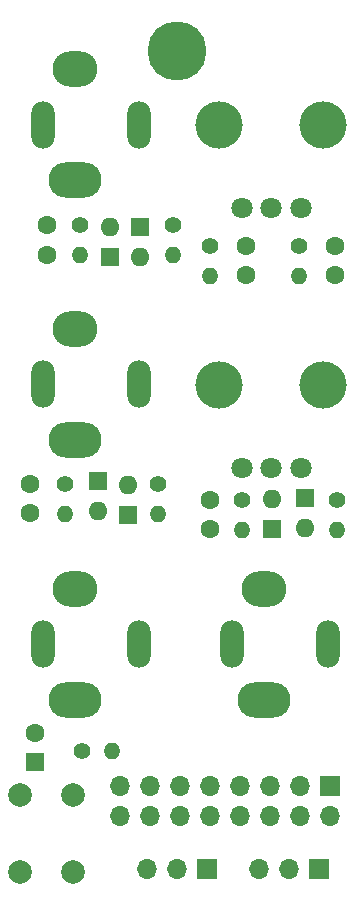
<source format=gbs>
%TF.GenerationSoftware,KiCad,Pcbnew,(6.0.1)*%
%TF.CreationDate,2022-10-05T11:06:24-04:00*%
%TF.ProjectId,SYNTH-VCO_CTL-03,53594e54-482d-4564-934f-5f43544c2d30,1*%
%TF.SameCoordinates,Original*%
%TF.FileFunction,Soldermask,Bot*%
%TF.FilePolarity,Negative*%
%FSLAX46Y46*%
G04 Gerber Fmt 4.6, Leading zero omitted, Abs format (unit mm)*
G04 Created by KiCad (PCBNEW (6.0.1)) date 2022-10-05 11:06:24*
%MOMM*%
%LPD*%
G01*
G04 APERTURE LIST*
%ADD10C,1.400000*%
%ADD11O,1.400000X1.400000*%
%ADD12R,1.600000X1.600000*%
%ADD13O,1.600000X1.600000*%
%ADD14R,1.700000X1.700000*%
%ADD15O,1.700000X1.700000*%
%ADD16C,1.600000*%
%ADD17C,5.000000*%
%ADD18C,4.000000*%
%ADD19C,1.800000*%
%ADD20C,2.000000*%
%ADD21O,4.500000X3.000000*%
%ADD22O,3.800000X3.000000*%
%ADD23O,2.000000X4.000000*%
G04 APERTURE END LIST*
D10*
%TO.C,R7*%
X148734000Y-97880000D03*
D11*
X148734000Y-100420000D03*
%TD*%
D12*
%TO.C,D5*%
X132049000Y-74810001D03*
D13*
X132049000Y-77350001D03*
%TD*%
D12*
%TO.C,D8*%
X128489000Y-96314315D03*
D13*
X128489000Y-98854315D03*
%TD*%
D14*
%TO.C,SW2*%
X137679000Y-129100000D03*
D15*
X135139000Y-129100000D03*
X132599000Y-129100000D03*
%TD*%
D12*
%TO.C,D6*%
X129509000Y-77275686D03*
D13*
X129509000Y-74735686D03*
%TD*%
D10*
%TO.C,R13*%
X133569000Y-96520000D03*
D11*
X133569000Y-99060000D03*
%TD*%
D10*
%TO.C,R12*%
X145509000Y-76380000D03*
D11*
X145509000Y-78920000D03*
%TD*%
D16*
%TO.C,C4*%
X137939000Y-100380000D03*
X137939000Y-97880000D03*
%TD*%
%TO.C,C5*%
X124154000Y-77100000D03*
X124154000Y-74600000D03*
%TD*%
D14*
%TO.C,SW4*%
X147154000Y-129100000D03*
D15*
X144614000Y-129100000D03*
X142074000Y-129100000D03*
%TD*%
D12*
%TO.C,D4*%
X143240000Y-100370000D03*
D13*
X143240000Y-97830000D03*
%TD*%
D10*
%TO.C,R8*%
X140700000Y-97880000D03*
D11*
X140700000Y-100420000D03*
%TD*%
D10*
%TO.C,R9*%
X134843000Y-74630000D03*
D11*
X134843000Y-77170000D03*
%TD*%
D16*
%TO.C,C7*%
X122699000Y-98990000D03*
X122699000Y-96490000D03*
%TD*%
D17*
%TO.C,MTG1*%
X135154000Y-59850000D03*
%TD*%
D12*
%TO.C,D7*%
X131029000Y-99165686D03*
D13*
X131029000Y-96625686D03*
%TD*%
D10*
%TO.C,R1*%
X127154000Y-119100000D03*
D11*
X129694000Y-119100000D03*
%TD*%
D12*
%TO.C,D3*%
X146034000Y-97674315D03*
D13*
X146034000Y-100214315D03*
%TD*%
D14*
%TO.C,J5*%
X148154000Y-122100000D03*
D15*
X148154000Y-124640000D03*
X145614000Y-122100000D03*
X145614000Y-124640000D03*
X143074000Y-122100000D03*
X143074000Y-124640000D03*
X140534000Y-122100000D03*
X140534000Y-124640000D03*
X137994000Y-122100000D03*
X137994000Y-124640000D03*
X135454000Y-122100000D03*
X135454000Y-124640000D03*
X132914000Y-122100000D03*
X132914000Y-124640000D03*
X130374000Y-122100000D03*
X130374000Y-124640000D03*
%TD*%
D10*
%TO.C,R11*%
X138009000Y-76380000D03*
D11*
X138009000Y-78920000D03*
%TD*%
D10*
%TO.C,R14*%
X125694000Y-96520000D03*
D11*
X125694000Y-99060000D03*
%TD*%
D16*
%TO.C,C8*%
X148509000Y-78850000D03*
X148509000Y-76350000D03*
%TD*%
D12*
%TO.C,C1*%
X123154000Y-120100000D03*
D16*
X123154000Y-117600000D03*
%TD*%
D10*
%TO.C,R10*%
X126969000Y-74630000D03*
D11*
X126969000Y-77170000D03*
%TD*%
D16*
%TO.C,C6*%
X141009000Y-78850000D03*
X141009000Y-76350000D03*
%TD*%
D18*
%TO.C,RV2*%
X138754000Y-66150000D03*
X147554000Y-66150000D03*
D19*
X140654000Y-73150000D03*
X143154000Y-73150000D03*
X145654000Y-73150000D03*
%TD*%
D20*
%TO.C,SW1*%
X121904000Y-122850000D03*
X121904000Y-129350000D03*
X126404000Y-122850000D03*
X126404000Y-129350000D03*
%TD*%
D21*
%TO.C,J4*%
X126554000Y-92800000D03*
D22*
X126554000Y-83400000D03*
D23*
X131954000Y-88100000D03*
X123854000Y-88100000D03*
%TD*%
D19*
%TO.C,RV1*%
X145654000Y-95150000D03*
X143154000Y-95150000D03*
X140654000Y-95150000D03*
D18*
X147554000Y-88150000D03*
X138754000Y-88150000D03*
%TD*%
D22*
%TO.C,J1*%
X142554000Y-105400000D03*
D21*
X142554000Y-114800000D03*
D23*
X147954000Y-110100000D03*
X139854000Y-110100000D03*
%TD*%
D22*
%TO.C,J3*%
X126554000Y-61400000D03*
D21*
X126554000Y-70800000D03*
D23*
X131954000Y-66100000D03*
X123854000Y-66100000D03*
%TD*%
D22*
%TO.C,J2*%
X126554000Y-105400000D03*
D21*
X126554000Y-114800000D03*
D23*
X131954000Y-110100000D03*
X123854000Y-110100000D03*
%TD*%
M02*

</source>
